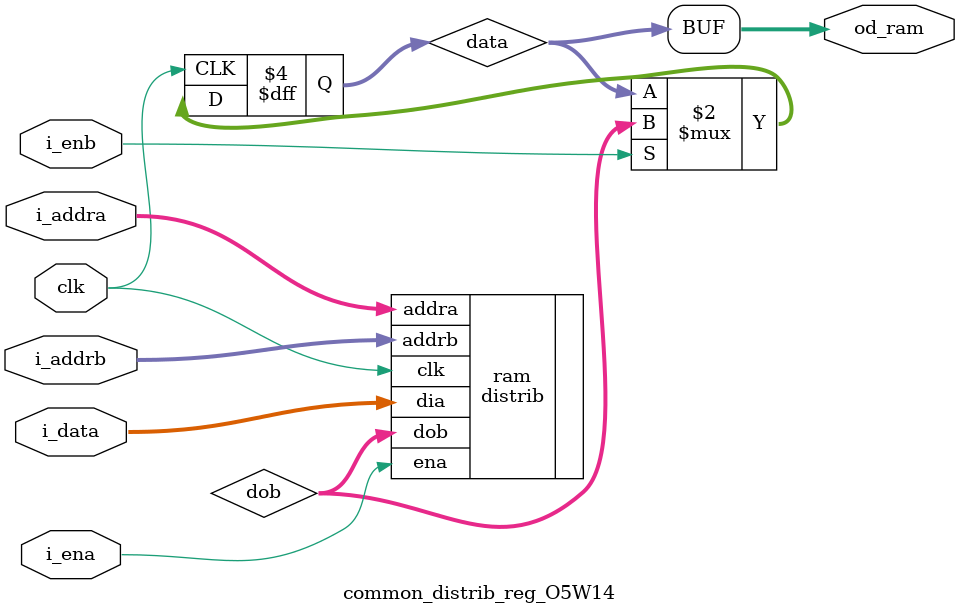
<source format=sv>
`timescale 100ps/100ps

(* keep_hierarchy = "yes" *) module common_distrib_reg_O5W14 (
    input  bit clk,
    input  bit i_ena,
    input  bit [4:0] i_addra,
    input  bit [13:0] i_data,
    input  bit i_enb,
    input  bit [4:0] i_addrb,
    output bit [13:0] od_ram
);


///////////////////////////////////////////////////////////
///////////////////////////////////////////////////////////
bit [13:0] data;
bit [13:0] dob;

distrib #(
    .ORDER               (5),
    .WIDTH               (14))
ram (
    .clk                 (clk),
    .ena                 (i_ena),
    .addra               (i_addra),
    .dia                 (i_data),
    .addrb               (i_addrb),
    .dob                 (dob));


///////////////////////////////////////////////////////////
///////////////////////////////////////////////////////////
always_ff @(posedge clk)
begin
    if (i_enb) begin
        data <= dob;
    end
end
assign od_ram = data;

endmodule
</source>
